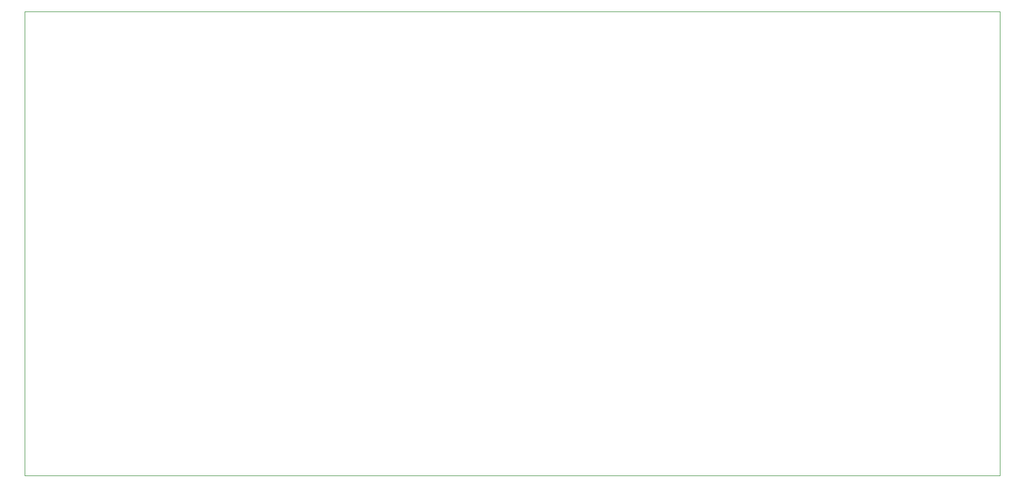
<source format=gbr>
G04 #@! TF.GenerationSoftware,KiCad,Pcbnew,5.1.9-73d0e3b20d~88~ubuntu18.04.1*
G04 #@! TF.CreationDate,2021-03-04T19:42:39-03:00*
G04 #@! TF.ProjectId,bms_hardware,626d735f-6861-4726-9477-6172652e6b69,rev?*
G04 #@! TF.SameCoordinates,Original*
G04 #@! TF.FileFunction,Profile,NP*
%FSLAX46Y46*%
G04 Gerber Fmt 4.6, Leading zero omitted, Abs format (unit mm)*
G04 Created by KiCad (PCBNEW 5.1.9-73d0e3b20d~88~ubuntu18.04.1) date 2021-03-04 19:42:39*
%MOMM*%
%LPD*%
G01*
G04 APERTURE LIST*
G04 #@! TA.AperFunction,Profile*
%ADD10C,0.050000*%
G04 #@! TD*
G04 APERTURE END LIST*
D10*
X85600000Y-81500000D02*
X236210000Y-81500000D01*
X236210000Y-81500000D02*
X236210000Y-153170000D01*
X85600000Y-153170000D02*
X236210000Y-153170000D01*
X85600000Y-81500000D02*
X85600000Y-153170000D01*
M02*

</source>
